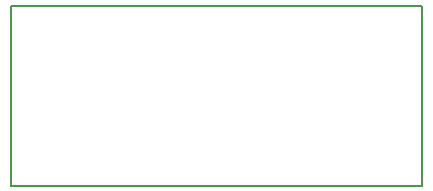
<source format=gbr>
G04 #@! TF.FileFunction,Profile,NP*
%FSLAX46Y46*%
G04 Gerber Fmt 4.6, Leading zero omitted, Abs format (unit mm)*
G04 Created by KiCad (PCBNEW 4.0.1-stable) date 6/16/2016 1:06:08 PM*
%MOMM*%
G01*
G04 APERTURE LIST*
%ADD10C,0.100000*%
%ADD11C,0.150000*%
G04 APERTURE END LIST*
D10*
D11*
X0Y15240000D02*
X0Y0D01*
X34798000Y15240000D02*
X0Y15240000D01*
X34798000Y0D02*
X34798000Y15240000D01*
X0Y0D02*
X34798000Y0D01*
M02*

</source>
